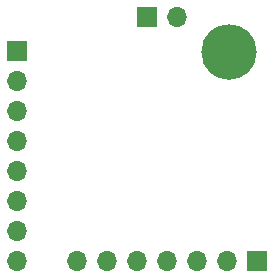
<source format=gbr>
%TF.GenerationSoftware,KiCad,Pcbnew,8.0.6-1.fc41*%
%TF.CreationDate,2024-12-07T12:30:28-05:00*%
%TF.ProjectId,AD5676_breakout,41443536-3736-45f6-9272-65616b6f7574,rev?*%
%TF.SameCoordinates,Original*%
%TF.FileFunction,Soldermask,Bot*%
%TF.FilePolarity,Negative*%
%FSLAX46Y46*%
G04 Gerber Fmt 4.6, Leading zero omitted, Abs format (unit mm)*
G04 Created by KiCad (PCBNEW 8.0.6-1.fc41) date 2024-12-07 12:30:28*
%MOMM*%
%LPD*%
G01*
G04 APERTURE LIST*
%ADD10R,1.700000X1.700000*%
%ADD11O,1.700000X1.700000*%
%ADD12C,4.700000*%
G04 APERTURE END LIST*
D10*
%TO.C,J2*%
X159820000Y-106200000D03*
D11*
X157280000Y-106200000D03*
X154740000Y-106200000D03*
X152200000Y-106200000D03*
X149660000Y-106200000D03*
X147120000Y-106200000D03*
X144580000Y-106200000D03*
%TD*%
D12*
%TO.C,H1*%
X157500000Y-88500000D03*
%TD*%
D10*
%TO.C,J1*%
X139500000Y-88420000D03*
D11*
X139500000Y-90960000D03*
X139500000Y-93500000D03*
X139500000Y-96040000D03*
X139500000Y-98580000D03*
X139500000Y-101120000D03*
X139500000Y-103660000D03*
X139500000Y-106200000D03*
%TD*%
D10*
%TO.C,J3*%
X150540000Y-85490000D03*
D11*
X153080000Y-85490000D03*
%TD*%
M02*

</source>
